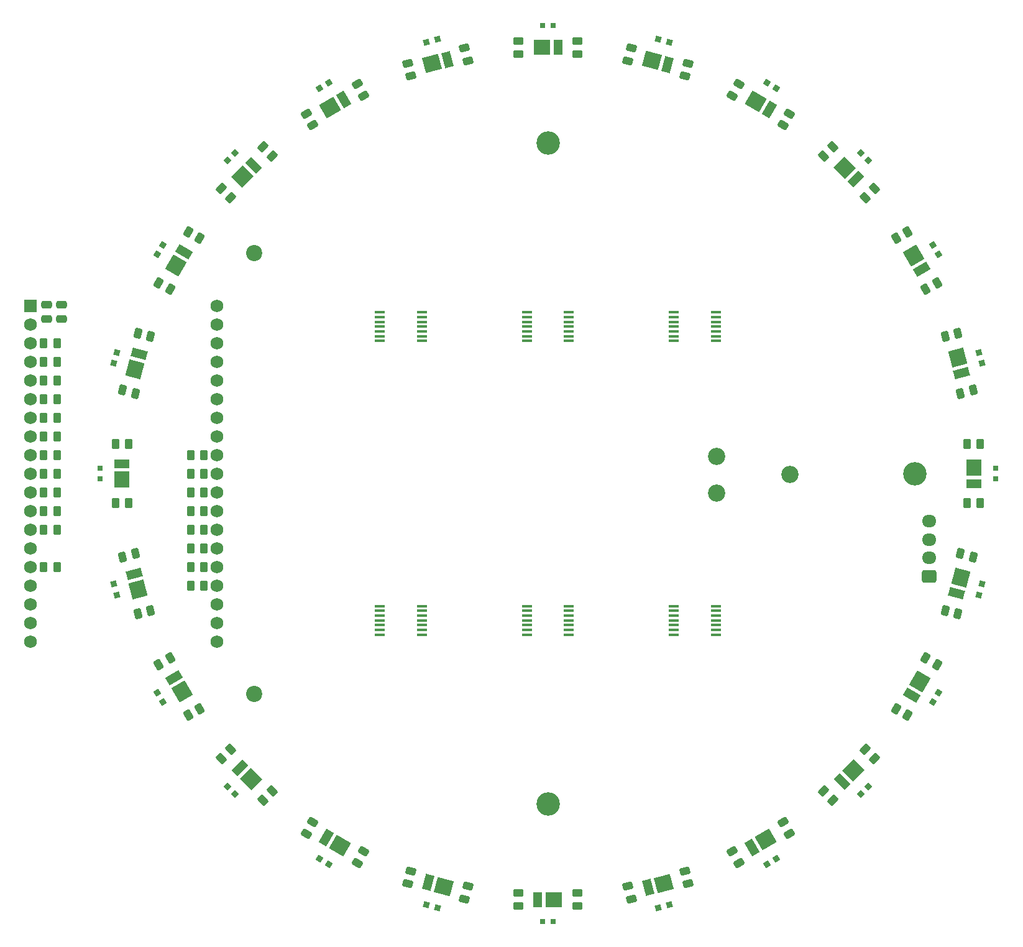
<source format=gbr>
%TF.GenerationSoftware,KiCad,Pcbnew,7.0.8*%
%TF.CreationDate,2023-11-22T21:49:45+11:00*%
%TF.ProjectId,Line 4.3,4c696e65-2034-42e3-932e-6b696361645f,rev?*%
%TF.SameCoordinates,Original*%
%TF.FileFunction,Soldermask,Bot*%
%TF.FilePolarity,Negative*%
%FSLAX46Y46*%
G04 Gerber Fmt 4.6, Leading zero omitted, Abs format (unit mm)*
G04 Created by KiCad (PCBNEW 7.0.8) date 2023-11-22 21:49:45*
%MOMM*%
%LPD*%
G01*
G04 APERTURE LIST*
G04 Aperture macros list*
%AMRoundRect*
0 Rectangle with rounded corners*
0 $1 Rounding radius*
0 $2 $3 $4 $5 $6 $7 $8 $9 X,Y pos of 4 corners*
0 Add a 4 corners polygon primitive as box body*
4,1,4,$2,$3,$4,$5,$6,$7,$8,$9,$2,$3,0*
0 Add four circle primitives for the rounded corners*
1,1,$1+$1,$2,$3*
1,1,$1+$1,$4,$5*
1,1,$1+$1,$6,$7*
1,1,$1+$1,$8,$9*
0 Add four rect primitives between the rounded corners*
20,1,$1+$1,$2,$3,$4,$5,0*
20,1,$1+$1,$4,$5,$6,$7,0*
20,1,$1+$1,$6,$7,$8,$9,0*
20,1,$1+$1,$8,$9,$2,$3,0*%
%AMRotRect*
0 Rectangle, with rotation*
0 The origin of the aperture is its center*
0 $1 length*
0 $2 width*
0 $3 Rotation angle, in degrees counterclockwise*
0 Add horizontal line*
21,1,$1,$2,0,0,$3*%
G04 Aperture macros list end*
%ADD10C,3.200000*%
%ADD11RoundRect,0.102000X-0.765000X-0.765000X0.765000X-0.765000X0.765000X0.765000X-0.765000X0.765000X0*%
%ADD12C,1.734000*%
%ADD13C,2.200000*%
%ADD14C,2.340000*%
%ADD15RoundRect,0.250000X0.725000X-0.600000X0.725000X0.600000X-0.725000X0.600000X-0.725000X-0.600000X0*%
%ADD16O,1.950000X1.700000*%
%ADD17RotRect,2.257400X2.108200X150.000000*%
%ADD18RotRect,1.190600X2.108200X150.000000*%
%ADD19RoundRect,0.250000X0.262500X0.450000X-0.262500X0.450000X-0.262500X-0.450000X0.262500X-0.450000X0*%
%ADD20RoundRect,0.250000X-0.002332X-0.520961X0.452332X-0.258461X0.002332X0.520961X-0.452332X0.258461X0*%
%ADD21RoundRect,0.250000X0.452332X0.258461X-0.002332X0.520961X-0.452332X-0.258461X0.002332X-0.520961X0*%
%ADD22RoundRect,0.250000X-0.132583X0.503814X-0.503814X0.132583X0.132583X-0.503814X0.503814X-0.132583X0*%
%ADD23RotRect,2.257400X2.108200X30.000000*%
%ADD24RotRect,1.190600X2.108200X30.000000*%
%ADD25RoundRect,0.250000X-0.502607X0.137087X-0.366727X-0.370024X0.502607X-0.137087X0.366727X0.370024X0*%
%ADD26RotRect,2.257400X2.108200X240.000000*%
%ADD27RotRect,1.190600X2.108200X240.000000*%
%ADD28RoundRect,0.250000X0.132583X-0.503814X0.503814X-0.132583X-0.132583X0.503814X-0.503814X0.132583X0*%
%ADD29RotRect,2.257400X2.108200X330.000000*%
%ADD30RotRect,1.190600X2.108200X330.000000*%
%ADD31RoundRect,0.250000X-0.262500X-0.450000X0.262500X-0.450000X0.262500X0.450000X-0.262500X0.450000X0*%
%ADD32RotRect,0.800000X0.800000X315.000000*%
%ADD33RoundRect,0.250000X0.366727X-0.370024X0.502607X0.137087X-0.366727X0.370024X-0.502607X-0.137087X0*%
%ADD34R,1.400000X0.350000*%
%ADD35RoundRect,0.250000X0.258461X-0.452332X0.520961X0.002332X-0.258461X0.452332X-0.520961X-0.002332X0*%
%ADD36RotRect,2.257400X2.108200X135.000000*%
%ADD37RotRect,1.190600X2.108200X135.000000*%
%ADD38RotRect,2.257400X2.108200X225.000000*%
%ADD39RotRect,1.190600X2.108200X225.000000*%
%ADD40RoundRect,0.250000X-0.366727X0.370024X-0.502607X-0.137087X0.366727X-0.370024X0.502607X0.137087X0*%
%ADD41RotRect,2.257400X2.108200X60.000000*%
%ADD42RotRect,1.190600X2.108200X60.000000*%
%ADD43RoundRect,0.250000X0.520961X-0.002332X0.258461X0.452332X-0.520961X0.002332X-0.258461X-0.452332X0*%
%ADD44RoundRect,0.250000X-0.452332X-0.258461X0.002332X-0.520961X0.452332X0.258461X-0.002332X0.520961X0*%
%ADD45R,2.257400X2.108200*%
%ADD46R,1.190600X2.108200*%
%ADD47RotRect,0.800000X0.800000X225.000000*%
%ADD48RoundRect,0.250000X0.450000X-0.262500X0.450000X0.262500X-0.450000X0.262500X-0.450000X-0.262500X0*%
%ADD49RotRect,0.800000X0.800000X285.000000*%
%ADD50R,0.800000X0.800000*%
%ADD51RoundRect,0.250000X0.137087X0.502607X-0.370024X0.366727X-0.137087X-0.502607X0.370024X-0.366727X0*%
%ADD52RoundRect,0.250000X-0.503814X-0.132583X-0.132583X-0.503814X0.503814X0.132583X0.132583X0.503814X0*%
%ADD53RotRect,0.800000X0.800000X45.000000*%
%ADD54RotRect,0.800000X0.800000X195.000000*%
%ADD55RotRect,0.800000X0.800000X240.000000*%
%ADD56R,2.108200X2.257400*%
%ADD57R,2.108200X1.190600*%
%ADD58RoundRect,0.250000X0.503814X0.132583X0.132583X0.503814X-0.503814X-0.132583X-0.132583X-0.503814X0*%
%ADD59RoundRect,0.250000X0.475000X-0.250000X0.475000X0.250000X-0.475000X0.250000X-0.475000X-0.250000X0*%
%ADD60RotRect,2.257400X2.108200X120.000000*%
%ADD61RotRect,1.190600X2.108200X120.000000*%
%ADD62RotRect,2.257400X2.108200X75.000000*%
%ADD63RotRect,1.190600X2.108200X75.000000*%
%ADD64RotRect,0.800000X0.800000X120.000000*%
%ADD65RotRect,2.257400X2.108200X165.000000*%
%ADD66RotRect,1.190600X2.108200X165.000000*%
%ADD67RoundRect,0.250000X-0.370024X-0.366727X0.137087X-0.502607X0.370024X0.366727X-0.137087X0.502607X0*%
%ADD68RotRect,2.257400X2.108200X315.000000*%
%ADD69RotRect,1.190600X2.108200X315.000000*%
%ADD70RotRect,2.257400X2.108200X105.000000*%
%ADD71RotRect,1.190600X2.108200X105.000000*%
%ADD72RoundRect,0.250000X0.502607X-0.137087X0.366727X0.370024X-0.502607X0.137087X-0.366727X-0.370024X0*%
%ADD73RotRect,0.800000X0.800000X60.000000*%
%ADD74RotRect,2.257400X2.108200X285.000000*%
%ADD75RotRect,1.190600X2.108200X285.000000*%
%ADD76RoundRect,0.250000X0.002332X0.520961X-0.452332X0.258461X-0.002332X-0.520961X0.452332X-0.258461X0*%
%ADD77RoundRect,0.250000X-0.258461X0.452332X-0.520961X-0.002332X0.258461X-0.452332X0.520961X0.002332X0*%
%ADD78RoundRect,0.250000X-0.520961X0.002332X-0.258461X-0.452332X0.520961X-0.002332X0.258461X0.452332X0*%
%ADD79RotRect,2.257400X2.108200X210.000000*%
%ADD80RotRect,1.190600X2.108200X210.000000*%
%ADD81RotRect,2.257400X2.108200X300.000000*%
%ADD82RotRect,1.190600X2.108200X300.000000*%
%ADD83RotRect,0.800000X0.800000X300.000000*%
%ADD84RoundRect,0.250000X-0.450000X0.262500X-0.450000X-0.262500X0.450000X-0.262500X0.450000X0.262500X0*%
%ADD85RotRect,2.257400X2.108200X45.000000*%
%ADD86RotRect,1.190600X2.108200X45.000000*%
%ADD87RotRect,0.800000X0.800000X165.000000*%
%ADD88RotRect,0.800000X0.800000X345.000000*%
%ADD89RotRect,0.800000X0.800000X15.000000*%
%ADD90RotRect,0.800000X0.800000X30.000000*%
%ADD91RotRect,2.257400X2.108200X195.000000*%
%ADD92RotRect,1.190600X2.108200X195.000000*%
%ADD93RotRect,0.800000X0.800000X105.000000*%
%ADD94RotRect,0.800000X0.800000X210.000000*%
%ADD95RotRect,2.257400X2.108200X15.000000*%
%ADD96RotRect,1.190600X2.108200X15.000000*%
%ADD97RotRect,0.800000X0.800000X75.000000*%
%ADD98RoundRect,0.250000X0.370024X0.366727X-0.137087X0.502607X-0.370024X-0.366727X0.137087X-0.502607X0*%
%ADD99RotRect,0.800000X0.800000X330.000000*%
%ADD100RoundRect,0.250000X-0.137087X-0.502607X0.370024X-0.366727X0.137087X0.502607X-0.370024X0.366727X0*%
%ADD101RotRect,2.257400X2.108200X255.000000*%
%ADD102RotRect,1.190600X2.108200X255.000000*%
%ADD103RotRect,0.800000X0.800000X135.000000*%
%ADD104RotRect,2.257400X2.108200X345.000000*%
%ADD105RotRect,1.190600X2.108200X345.000000*%
%ADD106RotRect,0.800000X0.800000X255.000000*%
%ADD107RotRect,0.800000X0.800000X150.000000*%
G04 APERTURE END LIST*
D10*
%TO.C,H2*%
X150000000Y-195000000D03*
%TD*%
D11*
%TO.C,U9*%
X79550000Y-127150000D03*
D12*
X79550000Y-129690000D03*
X79550000Y-132230000D03*
X79550000Y-134770000D03*
X79550000Y-137310000D03*
X79550000Y-139850000D03*
X79550000Y-142390000D03*
X79550000Y-144930000D03*
X79550000Y-147470000D03*
X79550000Y-150010000D03*
X79550000Y-152550000D03*
X79550000Y-155090000D03*
X79550000Y-157630000D03*
X79550000Y-160170000D03*
X79550000Y-162710000D03*
X79550000Y-165250000D03*
X79550000Y-167790000D03*
X79550000Y-170330000D03*
X79550000Y-172870000D03*
X104950000Y-172870000D03*
X104950000Y-170330000D03*
X104950000Y-167790000D03*
X104950000Y-165250000D03*
X104950000Y-162710000D03*
X104950000Y-160170000D03*
X104950000Y-157630000D03*
X104950000Y-155090000D03*
X104950000Y-152550000D03*
X104950000Y-150010000D03*
X104950000Y-147470000D03*
X104950000Y-144930000D03*
X104950000Y-142390000D03*
X104950000Y-139850000D03*
X104950000Y-137310000D03*
X104950000Y-134770000D03*
X104950000Y-132230000D03*
X104950000Y-129690000D03*
X104950000Y-127150000D03*
%TD*%
D13*
%TO.C,H1*%
X110000000Y-180000000D03*
%TD*%
D10*
%TO.C,H4*%
X200000000Y-150000000D03*
%TD*%
D13*
%TO.C,H5*%
X110000000Y-120000000D03*
%TD*%
D10*
%TO.C,H3*%
X150000000Y-105000000D03*
%TD*%
D14*
%TO.C,RV1*%
X173000000Y-152650000D03*
X183000000Y-150150000D03*
X173000000Y-147650000D03*
%TD*%
D15*
%TO.C,J1*%
X201975000Y-164000000D03*
D16*
X201975000Y-161500000D03*
X201975000Y-159000000D03*
X201975000Y-156500000D03*
%TD*%
D17*
%TO.C,LED15*%
X121713518Y-200641423D03*
D18*
X119824544Y-199550823D03*
%TD*%
D19*
%TO.C,R52*%
X103162500Y-150010000D03*
X101337500Y-150010000D03*
%TD*%
D20*
%TO.C,R31*%
X197439225Y-117992148D03*
X199019721Y-117079648D03*
%TD*%
D21*
%TO.C,R11*%
X199019721Y-182920352D03*
X197439225Y-182007852D03*
%TD*%
D22*
%TO.C,R6*%
X194485855Y-111170999D03*
X193195385Y-112461469D03*
%TD*%
D23*
%TO.C,LED23*%
X120286482Y-100182477D03*
D24*
X122175456Y-99091877D03*
%TD*%
D25*
%TO.C,R26*%
X138616027Y-92059619D03*
X139088371Y-93822433D03*
%TD*%
D19*
%TO.C,R51*%
X103162500Y-147470000D03*
X101337500Y-147470000D03*
%TD*%
D26*
%TO.C,LED9*%
X200641423Y-178286482D03*
D27*
X199550823Y-180175456D03*
%TD*%
D28*
%TO.C,R18*%
X105514145Y-188829001D03*
X106804615Y-187538531D03*
%TD*%
D29*
%TO.C,LED3*%
X178286482Y-99358577D03*
D30*
X180175456Y-100449177D03*
%TD*%
D31*
%TO.C,R68*%
X81327500Y-137310000D03*
X83152500Y-137310000D03*
%TD*%
D32*
%TO.C,A16*%
X106336156Y-192603184D03*
X107396816Y-193663844D03*
%TD*%
D31*
%TO.C,R61*%
X81327500Y-155090000D03*
X83152500Y-155090000D03*
%TD*%
D33*
%TO.C,R28*%
X160911629Y-93822433D03*
X161383973Y-92059619D03*
%TD*%
D34*
%TO.C,U5*%
X172875000Y-168050000D03*
X172875000Y-168700000D03*
X172875000Y-169350000D03*
X172875000Y-170000000D03*
X172875000Y-170650000D03*
X172875000Y-171300000D03*
X172875000Y-171950000D03*
X167125000Y-171950000D03*
X167125000Y-171300000D03*
X167125000Y-170650000D03*
X167125000Y-170000000D03*
X167125000Y-169350000D03*
X167125000Y-168700000D03*
X167125000Y-168050000D03*
%TD*%
D35*
%TO.C,R29*%
X175079648Y-98560775D03*
X175992148Y-96980279D03*
%TD*%
D36*
%TO.C,LED16*%
X109570392Y-191594778D03*
D37*
X108028051Y-190052437D03*
%TD*%
D19*
%TO.C,R55*%
X103162500Y-157630000D03*
X101337500Y-157630000D03*
%TD*%
D38*
%TO.C,LED10*%
X191594778Y-190429608D03*
D39*
X190052437Y-191971949D03*
%TD*%
D40*
%TO.C,R4*%
X169111380Y-94130171D03*
X168639036Y-95892985D03*
%TD*%
D31*
%TO.C,R62*%
X81327500Y-152550000D03*
X83152500Y-152550000D03*
%TD*%
D34*
%TO.C,U3*%
X147125000Y-131950000D03*
X147125000Y-131300000D03*
X147125000Y-130650000D03*
X147125000Y-130000000D03*
X147125000Y-129350000D03*
X147125000Y-128700000D03*
X147125000Y-128050000D03*
X152875000Y-128050000D03*
X152875000Y-128700000D03*
X152875000Y-129350000D03*
X152875000Y-130000000D03*
X152875000Y-130650000D03*
X152875000Y-131300000D03*
X152875000Y-131950000D03*
%TD*%
D41*
%TO.C,LED21*%
X99358577Y-121713518D03*
D42*
X100449177Y-119824544D03*
%TD*%
D19*
%TO.C,R9*%
X208912500Y-154000000D03*
X207087500Y-154000000D03*
%TD*%
D43*
%TO.C,R49*%
X117992148Y-102560775D03*
X117079648Y-100980279D03*
%TD*%
D44*
%TO.C,R35*%
X201439225Y-175079648D03*
X203019721Y-175992148D03*
%TD*%
D45*
%TO.C,LED13*%
X150823900Y-208000000D03*
D46*
X148642700Y-208000000D03*
%TD*%
D47*
%TO.C,A22*%
X107396816Y-106336156D03*
X106336156Y-107396816D03*
%TD*%
D35*
%TO.C,R17*%
X117079648Y-199019721D03*
X117992148Y-197439225D03*
%TD*%
D48*
%TO.C,R27*%
X146000000Y-92912500D03*
X146000000Y-91087500D03*
%TD*%
D49*
%TO.C,A18*%
X90884411Y-165063518D03*
X91272639Y-166512406D03*
%TD*%
D50*
%TO.C,A1*%
X150750000Y-89000000D03*
X149250000Y-89000000D03*
%TD*%
D51*
%TO.C,R44*%
X95892985Y-168639036D03*
X94130171Y-169111380D03*
%TD*%
D50*
%TO.C,A7*%
X211000000Y-150750000D03*
X211000000Y-149250000D03*
%TD*%
D19*
%TO.C,R57*%
X103162500Y-162710000D03*
X101337500Y-162710000D03*
%TD*%
D31*
%TO.C,R70*%
X81327500Y-132230000D03*
X83152500Y-132230000D03*
%TD*%
D52*
%TO.C,R24*%
X111170999Y-105514145D03*
X112461469Y-106804615D03*
%TD*%
D53*
%TO.C,A10*%
X192603184Y-193663844D03*
X193663844Y-192603184D03*
%TD*%
D54*
%TO.C,A24*%
X134936482Y-90884411D03*
X133487594Y-91272639D03*
%TD*%
D34*
%TO.C,U4*%
X167125000Y-131950000D03*
X167125000Y-131300000D03*
X167125000Y-130650000D03*
X167125000Y-130000000D03*
X167125000Y-129350000D03*
X167125000Y-128700000D03*
X167125000Y-128050000D03*
X172875000Y-128050000D03*
X172875000Y-128700000D03*
X172875000Y-129350000D03*
X172875000Y-130000000D03*
X172875000Y-130650000D03*
X172875000Y-131300000D03*
X172875000Y-131950000D03*
%TD*%
%TO.C,U7*%
X132875000Y-168050000D03*
X132875000Y-168700000D03*
X132875000Y-169350000D03*
X132875000Y-170000000D03*
X132875000Y-170650000D03*
X132875000Y-171300000D03*
X132875000Y-171950000D03*
X127125000Y-171950000D03*
X127125000Y-171300000D03*
X127125000Y-170650000D03*
X127125000Y-170000000D03*
X127125000Y-169350000D03*
X127125000Y-168700000D03*
X127125000Y-168050000D03*
%TD*%
D55*
%TO.C,A21*%
X97547450Y-118850481D03*
X96797450Y-120149519D03*
%TD*%
D56*
%TO.C,LED19*%
X92000000Y-150823900D03*
D57*
X92000000Y-148642700D03*
%TD*%
D25*
%TO.C,R38*%
X168639036Y-204107015D03*
X169111380Y-205869829D03*
%TD*%
D58*
%TO.C,R12*%
X188829001Y-194485855D03*
X187538531Y-193195385D03*
%TD*%
D59*
%TO.C,C13*%
X83750000Y-128950000D03*
X83750000Y-127050000D03*
%TD*%
D60*
%TO.C,LED17*%
X100182477Y-179713518D03*
D61*
X99091877Y-177824544D03*
%TD*%
D62*
%TO.C,LED20*%
X93763061Y-135784321D03*
D63*
X94327597Y-133677444D03*
%TD*%
D48*
%TO.C,R15*%
X146000000Y-208912500D03*
X146000000Y-207087500D03*
%TD*%
D19*
%TO.C,R58*%
X103162500Y-165250000D03*
X101337500Y-165250000D03*
%TD*%
D34*
%TO.C,U6*%
X152875000Y-168050000D03*
X152875000Y-168700000D03*
X152875000Y-169350000D03*
X152875000Y-170000000D03*
X152875000Y-170650000D03*
X152875000Y-171300000D03*
X152875000Y-171950000D03*
X147125000Y-171950000D03*
X147125000Y-171300000D03*
X147125000Y-170650000D03*
X147125000Y-170000000D03*
X147125000Y-169350000D03*
X147125000Y-168700000D03*
X147125000Y-168050000D03*
%TD*%
D64*
%TO.C,A5*%
X203202550Y-120149519D03*
X202452550Y-118850481D03*
%TD*%
D65*
%TO.C,LED14*%
X135784321Y-206236939D03*
D66*
X133677444Y-205672403D03*
%TD*%
D21*
%TO.C,R47*%
X98560775Y-124920352D03*
X96980279Y-124007852D03*
%TD*%
D31*
%TO.C,R60*%
X81327500Y-157630000D03*
X83152500Y-157630000D03*
%TD*%
D67*
%TO.C,R34*%
X206177567Y-160911629D03*
X207940381Y-161383973D03*
%TD*%
D68*
%TO.C,LED4*%
X190429608Y-108405222D03*
D69*
X191971949Y-109947563D03*
%TD*%
D70*
%TO.C,LED18*%
X94189543Y-165807331D03*
D71*
X93625007Y-163700454D03*
%TD*%
D43*
%TO.C,R13*%
X175992148Y-203019721D03*
X175079648Y-201439225D03*
%TD*%
D72*
%TO.C,R14*%
X161383973Y-207940381D03*
X160911629Y-206177567D03*
%TD*%
D73*
%TO.C,A9*%
X202452550Y-181149519D03*
X203202550Y-179850481D03*
%TD*%
D31*
%TO.C,R63*%
X81327500Y-150010000D03*
X83152500Y-150010000D03*
%TD*%
%TO.C,R59*%
X81307500Y-162710000D03*
X83132500Y-162710000D03*
%TD*%
D74*
%TO.C,LED6*%
X205810457Y-134192669D03*
D75*
X206374993Y-136299546D03*
%TD*%
D76*
%TO.C,R43*%
X102560775Y-182007852D03*
X100980279Y-182920352D03*
%TD*%
D50*
%TO.C,A13*%
X149250000Y-211000000D03*
X150750000Y-211000000D03*
%TD*%
D40*
%TO.C,R40*%
X139088371Y-206177567D03*
X138616027Y-207940381D03*
%TD*%
D77*
%TO.C,R5*%
X182920352Y-100980279D03*
X182007852Y-102560775D03*
%TD*%
D78*
%TO.C,R37*%
X182007852Y-197439225D03*
X182920352Y-199019721D03*
%TD*%
D59*
%TO.C,C12*%
X81750000Y-128950000D03*
X81750000Y-127050000D03*
%TD*%
D79*
%TO.C,LED11*%
X179713518Y-199817523D03*
D80*
X177824544Y-200908123D03*
%TD*%
D81*
%TO.C,LED5*%
X199817523Y-120286482D03*
D82*
X200908123Y-122175456D03*
%TD*%
D83*
%TO.C,A17*%
X96797450Y-179850481D03*
X97547450Y-181149519D03*
%TD*%
D84*
%TO.C,R39*%
X154000000Y-207087500D03*
X154000000Y-208912500D03*
%TD*%
D19*
%TO.C,R45*%
X92912500Y-154000000D03*
X91087500Y-154000000D03*
%TD*%
D31*
%TO.C,R66*%
X81327500Y-142390000D03*
X83152500Y-142390000D03*
%TD*%
D85*
%TO.C,LED22*%
X108405222Y-109570392D03*
D86*
X109947563Y-108028051D03*
%TD*%
D19*
%TO.C,R53*%
X103162500Y-152550000D03*
X101337500Y-152550000D03*
%TD*%
D52*
%TO.C,R36*%
X193195385Y-187538531D03*
X194485855Y-188829001D03*
%TD*%
D87*
%TO.C,A2*%
X166512406Y-91272639D03*
X165063518Y-90884411D03*
%TD*%
D84*
%TO.C,R3*%
X154000000Y-91087500D03*
X154000000Y-92912500D03*
%TD*%
D31*
%TO.C,R65*%
X81327500Y-144930000D03*
X83152500Y-144930000D03*
%TD*%
D88*
%TO.C,A14*%
X133487594Y-208727361D03*
X134936482Y-209115589D03*
%TD*%
D31*
%TO.C,R69*%
X81327500Y-134770000D03*
X83152500Y-134770000D03*
%TD*%
D89*
%TO.C,A12*%
X165063518Y-209115589D03*
X166512406Y-208727361D03*
%TD*%
D90*
%TO.C,A11*%
X179850481Y-203202550D03*
X181149519Y-202452550D03*
%TD*%
D91*
%TO.C,LED12*%
X165807331Y-205810457D03*
D92*
X163700454Y-206374993D03*
%TD*%
D93*
%TO.C,A6*%
X209115589Y-134936482D03*
X208727361Y-133487594D03*
%TD*%
D94*
%TO.C,A23*%
X120149519Y-96797450D03*
X118850481Y-97547450D03*
%TD*%
D95*
%TO.C,LED24*%
X134192669Y-94189543D03*
D96*
X136299546Y-93625007D03*
%TD*%
D77*
%TO.C,R41*%
X124920352Y-201439225D03*
X124007852Y-203019721D03*
%TD*%
D97*
%TO.C,A8*%
X208727361Y-166512406D03*
X209115589Y-165063518D03*
%TD*%
D44*
%TO.C,R23*%
X100980279Y-117079648D03*
X102560775Y-117992148D03*
%TD*%
D58*
%TO.C,R48*%
X106804615Y-112461469D03*
X105514145Y-111170999D03*
%TD*%
D98*
%TO.C,R46*%
X93822433Y-139088371D03*
X92059619Y-138616027D03*
%TD*%
D31*
%TO.C,R21*%
X91087500Y-146000000D03*
X92912500Y-146000000D03*
%TD*%
D98*
%TO.C,R10*%
X205869829Y-169111380D03*
X204107015Y-168639036D03*
%TD*%
D56*
%TO.C,LED7*%
X208000000Y-149176100D03*
D57*
X208000000Y-151357300D03*
%TD*%
D99*
%TO.C,A15*%
X118850481Y-202452550D03*
X120149519Y-203202550D03*
%TD*%
D100*
%TO.C,R20*%
X92059619Y-161383973D03*
X93822433Y-160911629D03*
%TD*%
D20*
%TO.C,R19*%
X96980279Y-175992148D03*
X98560775Y-175079648D03*
%TD*%
D101*
%TO.C,LED8*%
X206236939Y-164215679D03*
D102*
X205672403Y-166322556D03*
%TD*%
D51*
%TO.C,R8*%
X207940381Y-138616027D03*
X206177567Y-139088371D03*
%TD*%
D34*
%TO.C,U8*%
X127125000Y-131950000D03*
X127125000Y-131300000D03*
X127125000Y-130650000D03*
X127125000Y-130000000D03*
X127125000Y-129350000D03*
X127125000Y-128700000D03*
X127125000Y-128050000D03*
X132875000Y-128050000D03*
X132875000Y-128700000D03*
X132875000Y-129350000D03*
X132875000Y-130000000D03*
X132875000Y-130650000D03*
X132875000Y-131300000D03*
X132875000Y-131950000D03*
%TD*%
D31*
%TO.C,R67*%
X81327500Y-139850000D03*
X83152500Y-139850000D03*
%TD*%
D103*
%TO.C,A4*%
X193663844Y-107396816D03*
X192603184Y-106336156D03*
%TD*%
D28*
%TO.C,R30*%
X187538531Y-106804615D03*
X188829001Y-105514145D03*
%TD*%
D72*
%TO.C,R50*%
X131360964Y-95892985D03*
X130888620Y-94130171D03*
%TD*%
D33*
%TO.C,R16*%
X130888620Y-205869829D03*
X131360964Y-204107015D03*
%TD*%
D78*
%TO.C,R25*%
X124007852Y-96980279D03*
X124920352Y-98560775D03*
%TD*%
D67*
%TO.C,R22*%
X94130171Y-130888620D03*
X95892985Y-131360964D03*
%TD*%
D19*
%TO.C,R54*%
X103162500Y-155090000D03*
X101337500Y-155090000D03*
%TD*%
D22*
%TO.C,R42*%
X112461469Y-193195385D03*
X111170999Y-194485855D03*
%TD*%
D45*
%TO.C,LED1*%
X149176100Y-92000000D03*
D46*
X151357300Y-92000000D03*
%TD*%
D19*
%TO.C,R56*%
X103162500Y-160170000D03*
X101337500Y-160170000D03*
%TD*%
D100*
%TO.C,R32*%
X204107015Y-131360964D03*
X205869829Y-130888620D03*
%TD*%
D50*
%TO.C,A19*%
X89000000Y-149250000D03*
X89000000Y-150750000D03*
%TD*%
D76*
%TO.C,R7*%
X203019721Y-124007852D03*
X201439225Y-124920352D03*
%TD*%
D31*
%TO.C,R64*%
X81327500Y-147470000D03*
X83152500Y-147470000D03*
%TD*%
D104*
%TO.C,LED2*%
X164215679Y-93763061D03*
D105*
X166322556Y-94327597D03*
%TD*%
D31*
%TO.C,R33*%
X207087500Y-146000000D03*
X208912500Y-146000000D03*
%TD*%
D106*
%TO.C,A20*%
X91272639Y-133487594D03*
X90884411Y-134936482D03*
%TD*%
D107*
%TO.C,A3*%
X181149519Y-97547450D03*
X179850481Y-96797450D03*
%TD*%
M02*

</source>
